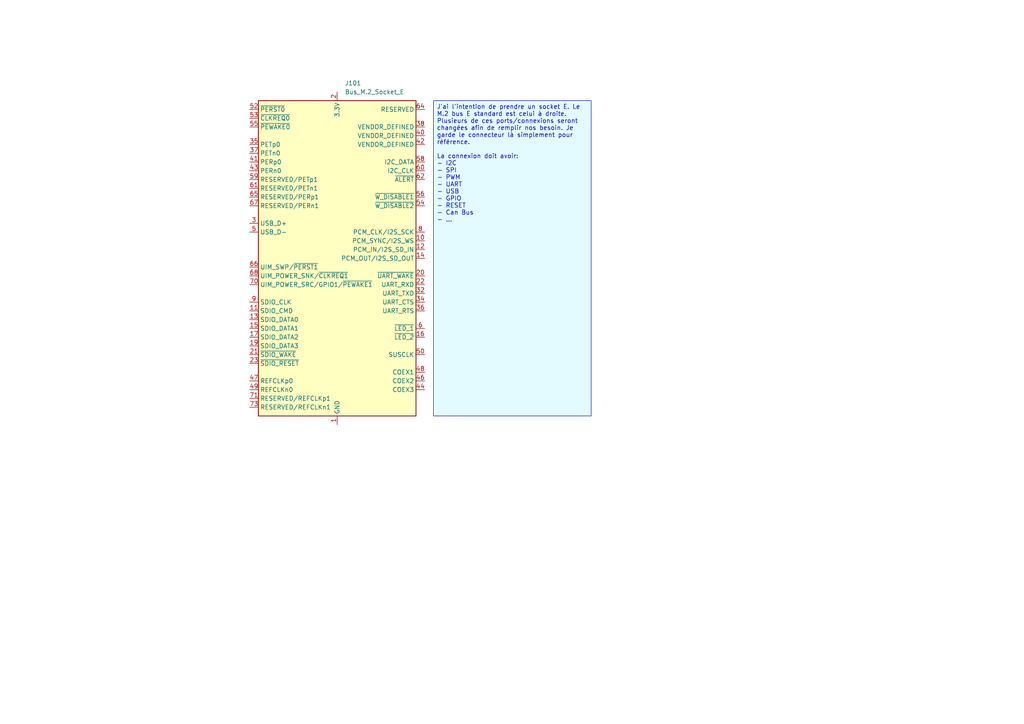
<source format=kicad_sch>
(kicad_sch (version 20231120) (generator "eeschema") (generator_version "8.0")
  (paper "A4")
  (lib_symbols
    (symbol "Connector:Bus_M.2_Socket_E"
      (property "Reference" "J" (at -22.86 46.99 0))
      (property "Value" "Bus_M.2_Socket_E" (at 16.51 46.99 0))
      (symbol "Bus_M.2_Socket_E_0_1"
        (rectangle (start -22.86 45.72) (end 22.86 -45.72) (stroke (width 0.254)) (fill (type background)))
      )
      (symbol "Bus_M.2_Socket_E_1_1"
        (pin power_in line (at 0 -48.26 90) (length 2.54) (name "GND") (number "1"))
        (pin bidirectional line (at 25.4 5.08 180) (length 2.54) (name "PCM_SYNC/I2S_WS") (number "10"))
        (pin bidirectional line (at -25.4 -15.24 0) (length 2.54) (name "SDIO_CMD") (number "11"))
        (pin input line (at 25.4 2.54 180) (length 2.54) (name "PCM_IN/I2S_SD_IN") (number "12"))
        (pin bidirectional line (at -25.4 -17.78 0) (length 2.54) (name "SDIO_DATA0") (number "13"))
        (pin output line (at 25.4 0 180) (length 2.54) (name "PCM_OUT/I2S_SD_OUT") (number "14"))
        (pin bidirectional line (at -25.4 -20.32 0) (length 2.54) (name "SDIO_DATA1") (number "15"))
        (pin open_collector line (at 25.4 -22.86 180) (length 2.54) (name "~{LED_2}") (number "16"))
        (pin bidirectional line (at -25.4 -22.86 0) (length 2.54) (name "SDIO_DATA2") (number "17"))
        (pin passive line (at 0 -48.26 90) (length 2.54) hide (name "GND") (number "18"))
        (pin bidirectional line (at -25.4 -25.4 0) (length 2.54) (name "SDIO_DATA3") (number "19"))
        (pin power_in line (at 0 48.26 270) (length 2.54) (name "3.3V") (number "2"))
        (pin input line (at 25.4 -5.08 180) (length 2.54) (name "~{UART_WAKE}") (number "20"))
        (pin input line (at -25.4 -27.94 0) (length 2.54) (name "~{SDIO_WAKE}") (number "21"))
        (pin input line (at 25.4 -7.62 180) (length 2.54) (name "UART_RXD") (number "22"))
        (pin output line (at -25.4 -30.48 0) (length 2.54) (name "~{SDIO_RESET}") (number "23"))
        (pin bidirectional line (at -25.4 10.16 0) (length 2.54) (name "USB_D+") (number "3"))
        (pin output line (at 25.4 -10.16 180) (length 2.54) (name "UART_TXD") (number "32"))
        (pin passive line (at 0 -48.26 90) (length 2.54) hide (name "GND") (number "33"))
        (pin input line (at 25.4 -12.7 180) (length 2.54) (name "UART_CTS") (number "34"))
        (pin output line (at -25.4 33.02 0) (length 2.54) (name "PETp0") (number "35"))
        (pin output line (at 25.4 -15.24 180) (length 2.54) (name "UART_RTS") (number "36"))
        (pin output line (at -25.4 30.48 0) (length 2.54) (name "PETn0") (number "37"))
        (pin passive line (at 25.4 38.1 180) (length 2.54) (name "VENDOR_DEFINED") (number "38"))
        (pin passive line (at 0 -48.26 90) (length 2.54) hide (name "GND") (number "39"))
        (pin passive line (at 0 48.26 270) (length 2.54) hide (name "3.3V") (number "4"))
        (pin passive line (at 25.4 35.56 180) (length 2.54) (name "VENDOR_DEFINED") (number "40"))
        (pin input line (at -25.4 27.94 0) (length 2.54) (name "PERp0") (number "41"))
        (pin passive line (at 25.4 33.02 180) (length 2.54) (name "VENDOR_DEFINED") (number "42"))
        (pin input line (at -25.4 25.4 0) (length 2.54) (name "PERn0") (number "43"))
        (pin bidirectional line (at 25.4 -38.1 180) (length 2.54) (name "COEX3") (number "44"))
        (pin passive line (at 0 -48.26 90) (length 2.54) hide (name "GND") (number "45"))
        (pin bidirectional line (at 25.4 -35.56 180) (length 2.54) (name "COEX2") (number "46"))
        (pin output line (at -25.4 -35.56 0) (length 2.54) (name "REFCLKp0") (number "47"))
        (pin bidirectional line (at 25.4 -33.02 180) (length 2.54) (name "COEX1") (number "48"))
        (pin output line (at -25.4 -38.1 0) (length 2.54) (name "REFCLKn0") (number "49"))
        (pin bidirectional line (at -25.4 7.62 0) (length 2.54) (name "USB_D-") (number "5"))
        (pin output line (at 25.4 -27.94 180) (length 2.54) (name "SUSCLK") (number "50"))
        (pin passive line (at 0 -48.26 90) (length 2.54) hide (name "GND") (number "51"))
        (pin output line (at -25.4 43.18 0) (length 2.54) (name "~{PERST0}") (number "52"))
        (pin bidirectional line (at -25.4 40.64 0) (length 2.54) (name "~{CLKREQ0}") (number "53"))
        (pin output line (at 25.4 15.24 180) (length 2.54) (name "~{W_DISABLE2}") (number "54"))
        (pin bidirectional line (at -25.4 38.1 0) (length 2.54) (name "~{PEWAKE0}") (number "55"))
        (pin output line (at 25.4 17.78 180) (length 2.54) (name "~{W_DISABLE1}") (number "56"))
        (pin passive line (at 0 -48.26 90) (length 2.54) hide (name "GND") (number "57"))
        (pin bidirectional line (at 25.4 27.94 180) (length 2.54) (name "I2C_DATA") (number "58"))
        (pin output line (at -25.4 22.86 0) (length 2.54) (name "RESERVED/PETp1") (number "59"))
        (pin open_collector line (at 25.4 -20.32 180) (length 2.54) (name "~{LED_1}") (number "6"))
        (pin output line (at 25.4 25.4 180) (length 2.54) (name "I2C_CLK") (number "60"))
        (pin output line (at -25.4 20.32 0) (length 2.54) (name "RESERVED/PETn1") (number "61"))
        (pin input line (at 25.4 22.86 180) (length 2.54) (name "~{ALERT}") (number "62"))
        (pin passive line (at 0 -48.26 90) (length 2.54) hide (name "GND") (number "63"))
        (pin passive line (at 25.4 43.18 180) (length 2.54) (name "RESERVED") (number "64"))
        (pin input line (at -25.4 17.78 0) (length 2.54) (name "RESERVED/PERp1") (number "65"))
        (pin output line (at -25.4 -2.54 0) (length 2.54) (name "UIM_SWP/~{PERST1}") (number "66"))
        (pin input line (at -25.4 15.24 0) (length 2.54) (name "RESERVED/PERn1") (number "67"))
        (pin bidirectional line (at -25.4 -5.08 0) (length 2.54) (name "UIM_POWER_SNK/~{CLKREQ1}") (number "68"))
        (pin passive line (at 0 -48.26 90) (length 2.54) hide (name "GND") (number "69"))
        (pin passive line (at 0 -48.26 90) (length 2.54) hide (name "GND") (number "7"))
        (pin bidirectional line (at -25.4 -7.62 0) (length 2.54) (name "UIM_POWER_SRC/GPIO1/~{PEWAKE1}") (number "70"))
        (pin output line (at -25.4 -40.64 0) (length 2.54) (name "RESERVED/REFCLKp1") (number "71"))
        (pin passive line (at 0 48.26 270) (length 2.54) hide (name "3.3V") (number "72"))
        (pin output line (at -25.4 -43.18 0) (length 2.54) (name "RESERVED/REFCLKn1") (number "73"))
        (pin passive line (at 0 48.26 270) (length 2.54) hide (name "3.3V") (number "74"))
        (pin passive line (at 0 -48.26 90) (length 2.54) hide (name "GND") (number "75"))
        (pin bidirectional line (at 25.4 7.62 180) (length 2.54) (name "PCM_CLK/I2S_SCK") (number "8"))
        (pin output line (at -25.4 -12.7 0) (length 2.54) (name "SDIO_CLK") (number "9"))
      )
    )
  )
  (text_box "J'ai l'intention de prendre un socket E. Le M.2 bus E standard est celui à droite. Plusieurs de ces ports/connexions seront changées afin de remplir nos besoin. Je garde le connecteur là simplement pour référence.\n\nLa connexion doit avoir:\n- I2C\n- SPI\n- PWM\n- UART\n- USB\n- GPIO\n- RESET\n- Can Bus\n- ..." (at 125.73 29.21 0) (size 45.72 91.44) (fill (type color) (color 227 251 255 1)) (effects (font (size 1.27 1.27)) (justify left top)))
  (symbol (lib_id "Connector:Bus_M.2_Socket_E") (at 97.79 74.93 0) (unit 1)
    (property "Reference" "J101" (at 99.9841 24.13 0) (effects (justify left)))
    (property "Value" "Bus_M.2_Socket_E" (at 99.9841 26.67 0) (effects (justify left)))
    (property "Datasheet" "http://read.pudn.com/downloads794/doc/project/3133918/PCIe_M.2_Electromechanical_Spec_Rev1.0_Final_11012013_RS_Clean.pdf#page=150" (effects (hide yes)))
    (property "Description" "M.2 Socket 1-SD Mechanical Key E" (effects (hide yes)))
  )
)
</source>
